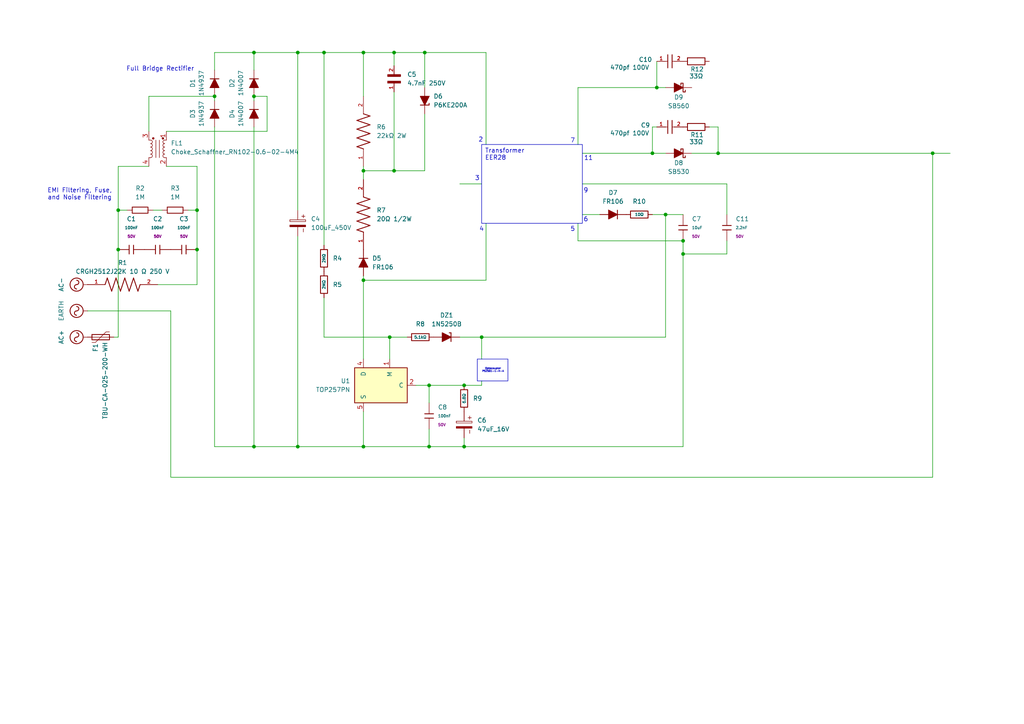
<source format=kicad_sch>
(kicad_sch (version 20231120) (generator "eeschema") (generator_version "8.0")
  (paper "A4")
  (lib_symbols
    (symbol "CRGH2512J22K 22kOhm 2W:CRGH2512J22K" (pin_names (offset 1.016))
      (property "Reference" "R" (at -7.6244 2.5415 0))
      (property "Value" "CRGH2512J22K" (at -7.63 -5.0866 0))
      (symbol "CRGH2512J22K_0_0"
        (pin passive line (at -10.16 0 0) (length 5.08) (name "~") (number "1"))
        (pin passive line (at 10.16 0 180) (length 5.08) (name "~") (number "2"))
      )
    )
    (symbol "CRGH2512J22K:CRGH2512J22K" (pin_names (offset 1.016))
      (property "Reference" "R" (at -7.6244 2.5415 0))
      (property "Value" "CRGH2512J22K" (at -7.63 -5.0866 0))
      (symbol "CRGH2512J22K_0_0"
        (pin passive line (at -10.16 0 0) (length 5.08) (name "~") (number "1"))
        (pin passive line (at 10.16 0 180) (length 5.08) (name "~") (number "2"))
      )
    )
    (symbol "Device:R" (pin_numbers hide) (pin_names (offset 0))
      (property "Reference" "R" (at 2.032 0 90))
      (property "Value" "R" (at 0 0 90))
      (symbol "R_1_1"
        (pin passive line (at 0 3.81 270) (length 1.27) (name "~") (number "1"))
        (pin passive line (at 0 -3.81 90) (length 1.27) (name "~") (number "2"))
      )
    )
    (symbol "Filter:Choke_Schaffner_RN102-0.6-02-4M4" (pin_names hide)
      (property "Reference" "FL" (at 0 5.08 0))
      (property "Value" "Choke_Schaffner_RN102-0.6-02-4M4" (at 0 -5.08 0))
      (symbol "Choke_Schaffner_RN102-0.6-02-4M4_1_1"
        (pin passive line (at -5.08 2.54 0) (length 2.54) (name "1") (number "1"))
        (pin passive line (at 5.08 2.54 180) (length 2.54) (name "2") (number "2"))
        (pin passive line (at -5.08 -2.54 0) (length 2.54) (name "3") (number "3"))
        (pin passive line (at 5.08 -2.54 180) (length 2.54) (name "4") (number "4"))
      )
    )
    (symbol "PCM_Diode_AKL:1N4007" (pin_numbers hide) (pin_names (offset 1.016) hide)
      (property "Reference" "D" (at 0 5.08 0))
      (property "Value" "1N4007" (at 0 2.54 0))
      (symbol "1N4007_1_1"
        (pin passive line (at 3.81 0 180) (length 2.54) (name "K") (number "1"))
        (pin passive line (at -3.81 0 0) (length 2.54) (name "A") (number "2"))
      )
      (symbol "1N4007_1_2"
        (pin passive line (at 2.54 2.54 180) (length 0) (name "K") (number "1"))
        (pin passive line (at -2.54 -2.54 0) (length 0) (name "A") (number "2"))
      )
    )
    (symbol "PCM_Diode_AKL:1N4937" (pin_numbers hide) (pin_names (offset 1.016) hide)
      (property "Reference" "D" (at 0 5.08 0))
      (property "Value" "1N4937" (at 0 2.54 0))
      (symbol "1N4937_1_1"
        (pin passive line (at 3.81 0 180) (length 2.54) (name "K") (number "1"))
        (pin passive line (at -3.81 0 0) (length 2.54) (name "A") (number "2"))
      )
      (symbol "1N4937_1_2"
        (pin passive line (at 2.54 2.54 180) (length 0) (name "K") (number "1"))
        (pin passive line (at -2.54 -2.54 0) (length 0) (name "A") (number "2"))
      )
    )
    (symbol "PCM_Diode_AKL:FR106" (pin_numbers hide) (pin_names (offset 1.016) hide)
      (property "Reference" "D" (at 0 5.08 0))
      (property "Value" "FR106" (at 0 2.54 0))
      (symbol "FR106_1_1"
        (pin passive line (at 3.81 0 180) (length 2.54) (name "K") (number "1"))
        (pin passive line (at -3.81 0 0) (length 2.54) (name "A") (number "2"))
      )
      (symbol "FR106_1_2"
        (pin passive line (at 2.54 2.54 180) (length 0) (name "K") (number "1"))
        (pin passive line (at -2.54 -2.54 0) (length 0) (name "A") (number "2"))
      )
    )
    (symbol "PCM_Diode_Schottky_AKL:SB530" (pin_numbers hide) (pin_names (offset 1.016) hide)
      (property "Reference" "D" (at 0 5.08 0))
      (property "Value" "SB530" (at 0 2.54 0))
      (symbol "SB530_1_1"
        (pin passive line (at 3.81 0 180) (length 2.54) (name "K") (number "1"))
        (pin passive line (at -3.81 0 0) (length 2.54) (name "A") (number "2"))
      )
      (symbol "SB530_1_2"
        (pin passive line (at 2.54 2.54 180) (length 0) (name "K") (number "1"))
        (pin passive line (at -2.54 -2.54 0) (length 0) (name "A") (number "2"))
      )
    )
    (symbol "PCM_Diode_Schottky_AKL:SB560" (pin_numbers hide) (pin_names (offset 1.016) hide)
      (property "Reference" "D" (at 0 5.08 0))
      (property "Value" "SB560" (at 0 2.54 0))
      (symbol "SB560_1_1"
        (pin passive line (at 3.81 0 180) (length 2.54) (name "K") (number "1"))
        (pin passive line (at -3.81 0 0) (length 2.54) (name "A") (number "2"))
      )
      (symbol "SB560_1_2"
        (pin passive line (at 2.54 2.54 180) (length 0) (name "K") (number "1"))
        (pin passive line (at -2.54 -2.54 0) (length 0) (name "A") (number "2"))
      )
    )
    (symbol "PCM_Diode_TVS_AKL:P6KE200A" (pin_numbers hide) (pin_names (offset 1.016) hide)
      (property "Reference" "D" (at 0 5.08 0))
      (property "Value" "P6KE200A" (at 0 2.54 0))
      (symbol "P6KE200A_1_1"
        (pin passive line (at 3.81 0 180) (length 2.54) (name "K") (number "1"))
        (pin passive line (at -3.81 0 0) (length 2.54) (name "A") (number "2"))
      )
      (symbol "P6KE200A_1_2"
        (pin passive line (at 2.54 2.54 180) (length 0) (name "K") (number "1"))
        (pin passive line (at -2.54 -2.54 0) (length 0) (name "A") (number "2"))
      )
    )
    (symbol "PCM_Diode_Zener_AKL:1N5250B" (pin_numbers hide) (pin_names (offset 1.016) hide)
      (property "Reference" "DZ" (at 0 7.62 0))
      (property "Value" "1N5250B" (at 0 5.08 0))
      (symbol "1N5250B_1_1"
        (pin passive line (at 3.81 0 180) (length 2.54) (name "K") (number "1"))
        (pin passive line (at -3.81 0 0) (length 2.54) (name "A") (number "2"))
      )
      (symbol "1N5250B_1_2"
        (pin passive line (at 2.54 2.54 180) (length 0) (name "K") (number "1"))
        (pin passive line (at -2.54 -2.54 0) (length 0) (name "A") (number "2"))
      )
    )
    (symbol "PCM_JLCPCB-Capacitors:0402,100nF,(2)" (pin_numbers hide) (pin_names (offset 0))
      (property "Reference" "C" (at 2.032 1.668 0))
      (property "Value" "100nF" (at 2.032 -0.3782 0))
      (property "Voltage Rated" "50V" (at 2.032 -2.0462 0))
      (symbol "0402,100nF,(2)_1_1"
        (pin passive line (at 0 3.81 270) (length 3.175) (name "~") (number "1"))
        (pin passive line (at 0 -3.81 90) (length 3.175) (name "~") (number "2"))
      )
    )
    (symbol "PCM_JLCPCB-Capacitors:0805,10uF,(2)" (pin_numbers hide) (pin_names (offset 0))
      (property "Reference" "C" (at 2.032 1.668 0))
      (property "Value" "10uF" (at 2.032 -0.3782 0))
      (property "Voltage Rated" "50V" (at 2.032 -2.0462 0))
      (symbol "0805,10uF,(2)_1_1"
        (pin passive line (at 0 3.81 270) (length 3.175) (name "~") (number "1"))
        (pin passive line (at 0 -3.81 90) (length 3.175) (name "~") (number "2"))
      )
    )
    (symbol "PCM_JLCPCB-Capacitors:0805,2.2nF" (pin_numbers hide) (pin_names (offset 0))
      (property "Reference" "C" (at 2.032 1.668 0))
      (property "Value" "2.2nF" (at 2.032 -0.3782 0))
      (property "Voltage Rated" "50V" (at 2.032 -2.0462 0))
      (symbol "0805,2.2nF_1_1"
        (pin passive line (at 0 3.81 270) (length 3.175) (name "~") (number "1"))
        (pin passive line (at 0 -3.81 90) (length 3.175) (name "~") (number "2"))
      )
    )
    (symbol "PCM_JLCPCB-Resistors:0402,10Ω" (pin_numbers hide) (pin_names (offset 0))
      (property "Reference" "R" (at 1.778 0 0))
      (property "Value" "10Ω" (at 0 0 90))
      (symbol "0402,10Ω_1_1"
        (pin passive line (at 0 3.81 270) (length 1.27) (name "~") (number "1"))
        (pin passive line (at 0 -3.81 90) (length 1.27) (name "~") (number "2"))
      )
    )
    (symbol "PCM_JLCPCB-Resistors:0402,5.1kΩ" (pin_numbers hide) (pin_names (offset 0))
      (property "Reference" "R" (at 1.778 0 0))
      (property "Value" "5.1kΩ" (at 0 0 90))
      (symbol "0402,5.1kΩ_1_1"
        (pin passive line (at 0 3.81 270) (length 1.27) (name "~") (number "1"))
        (pin passive line (at 0 -3.81 90) (length 1.27) (name "~") (number "2"))
      )
    )
    (symbol "PCM_JLCPCB-Resistors:0805,2MΩ" (pin_numbers hide) (pin_names (offset 0))
      (property "Reference" "R" (at 1.778 0 0))
      (property "Value" "2MΩ" (at 0 0 90))
      (symbol "0805,2MΩ_1_1"
        (pin passive line (at 0 3.81 270) (length 1.27) (name "~") (number "1"))
        (pin passive line (at 0 -3.81 90) (length 1.27) (name "~") (number "2"))
      )
    )
    (symbol "PCM_SL_Capacitors:100uF_450V"
      (property "Reference" "C" (at 0 7.62 0))
      (property "Value" "100uF_450V" (at 0 5.08 0))
      (symbol "100uF_450V_0_0"
        (text "+" (at -2.032 1.524 0) (effects (font (size 1.27 1.27))))
        (text "-" (at 2.032 1.524 0) (effects (font (size 1.27 1.27))))
      )
      (symbol "100uF_450V_1_1"
        (pin passive line (at -3.81 0 0) (length 2.7) (name "~") (number "1"))
        (pin input line (at 3.81 0 180) (length 2.7) (name "~") (number "2"))
      )
    )
    (symbol "PCM_SL_Capacitors:47uF_16V"
      (property "Reference" "C" (at 0 7.62 0))
      (property "Value" "47uF_16V" (at 0 5.08 0))
      (symbol "47uF_16V_0_0"
        (text "+" (at -2.032 1.524 0) (effects (font (size 1.27 1.27))))
        (text "-" (at 2.032 1.524 0) (effects (font (size 1.27 1.27))))
      )
      (symbol "47uF_16V_1_1"
        (pin passive line (at -3.81 0 0) (length 2.7) (name "~") (number "1"))
        (pin input line (at 3.81 0 180) (length 2.7) (name "~") (number "2"))
      )
    )
    (symbol "PCM_SL_Resistors:1M"
      (property "Reference" "R" (at 0 5.08 0))
      (property "Value" "1M" (at 0 2.54 0))
      (symbol "1M_1_1"
        (pin passive line (at -3.81 0 0) (length 1.5) (name "") (number "1"))
        (pin passive line (at 3.81 0 180) (length 1.5) (name "~") (number "2"))
      )
    )
    (symbol "Power_Protection:TBU-CA-025-200-WH" (pin_numbers hide) (pin_names (offset 0))
      (property "Reference" "F" (at -2.54 0 90))
      (property "Value" "TBU-CA-025-200-WH" (at 2.54 0 90))
      (symbol "TBU-CA-025-200-WH_1_1"
        (pin passive line (at 0 3.81 270) (length 1.27) (name "~") (number "1"))
        (pin no_connect line (at -1.27 2.54 270) (length 1.27) hide (name "2") (number "2"))
        (pin passive line (at 0 -3.81 90) (length 1.27) (name "~") (number "3"))
      )
    )
    (symbol "RCS120620R0FKEA:RCS120620R0FKEA" (pin_names (offset 1.016))
      (property "Reference" "R" (at -7.6244 2.5415 0))
      (property "Value" "RCS120620R0FKEA" (at -7.63 -5.0866 0))
      (symbol "RCS120620R0FKEA_0_0"
        (pin passive line (at -10.16 0 0) (length 5.08) (name "~") (number "1"))
        (pin passive line (at 10.16 0 180) (length 5.08) (name "~") (number "2"))
      )
    )
    (symbol "Regulator_Switching:TOP257PN" (pin_names (offset 1.016))
      (property "Reference" "U" (at 5.08 8.89 0))
      (property "Value" "TOP257PN" (at 5.08 6.35 0))
      (symbol "TOP257PN_1_1"
        (pin input line (at 2.54 7.62 270) (length 2.54) (name "M") (number "1"))
        (pin input line (at 10.16 0 180) (length 2.54) (name "C") (number "2"))
        (pin open_collector line (at -5.08 7.62 270) (length 2.54) (name "D") (number "4"))
        (pin power_in line (at -5.08 -7.62 90) (length 2.54) (name "S") (number "5"))
        (pin passive line (at -5.08 -7.62 90) (length 2.54) hide (name "S") (number "6"))
        (pin passive line (at -5.08 -7.62 90) (length 2.54) hide (name "S") (number "7"))
        (pin passive line (at -5.08 -7.62 90) (length 2.54) hide (name "S") (number "8"))
      )
    )
    (symbol "VJ1210Y472KXGAT5Z 4.7nF 1kV:VJ1210Y472KXGAT5Z" (pin_names (offset 1.016))
      (property "Reference" "C" (at 0 3.8109 0))
      (property "Value" "VJ1210Y472KXGAT5Z" (at 0 -5.0885 0))
      (symbol "VJ1210Y472KXGAT5Z_0_0"
        (pin passive line (at -2.54 0 0) (length 2.54) (name "~") (number "1"))
        (pin passive line (at 5.08 0 180) (length 2.54) (name "~") (number "2"))
      )
    )
    (symbol "WCAP-CSGP_0805_H0.8 470pF 100V:WCAP-CSGP_0805_H0.8" (pin_names (offset 1.016))
      (property "Reference" "C" (at 1.27 3.302 0))
      (property "Value" "WCAP-CSGP_0805_H0.8" (at 1.27 -5.08 0))
      (symbol "WCAP-CSGP_0805_H0.8_0_0"
        (pin passive line (at -2.54 0 0) (length 2.54) (name "~") (number "1"))
        (pin passive line (at 5.08 0 180) (length 2.54) (name "~") (number "2"))
      )
    )
    (symbol "power:AC" (power) (pin_numbers hide) (pin_names (offset 0) hide)
      (property "Value" "AC" (at 0 6.35 0))
      (symbol "AC_1_1"
        (pin power_in line (at 0 0 90) (length 0) (name "~") (number "1"))
      )
    )
  )
  (junction (at 86.36 15.24))
  (junction (at 114.3 15.24))
  (junction (at 193.04 62.23))
  (junction (at 270.51 44.45))
  (junction (at 114.3 49.53))
  (junction (at 123.19 15.24))
  (junction (at 190.5 25.4))
  (junction (at 124.46 129.54))
  (junction (at 34.29 72.39))
  (junction (at 105.41 81.28))
  (junction (at 86.36 129.54))
  (junction (at 57.15 72.39))
  (junction (at 208.28 44.45))
  (junction (at 62.23 27.94))
  (junction (at 198.12 73.66))
  (junction (at 113.03 97.79))
  (junction (at 93.98 15.24))
  (junction (at 198.12 69.85))
  (junction (at 105.41 129.54))
  (junction (at 189.23 44.45))
  (junction (at 73.66 129.54))
  (junction (at 73.66 27.94))
  (junction (at 139.7 97.79))
  (junction (at 134.62 111.76))
  (junction (at 34.29 60.96))
  (junction (at 124.46 111.76))
  (junction (at 134.62 129.54))
  (junction (at 57.15 60.96))
  (junction (at 73.66 15.24))
  (junction (at 105.41 15.24))
  (junction (at 105.41 49.53))
  (wire (pts (xy 193.04 25.4) (xy 190.5 25.4)))
  (wire (pts (xy 43.18 27.94) (xy 62.23 27.94)))
  (wire (pts (xy 34.29 48.26) (xy 34.29 60.96)))
  (wire (pts (xy 49.53 138.43) (xy 270.51 138.43)))
  (wire (pts (xy 43.18 48.26) (xy 34.29 48.26)))
  (wire (pts (xy 46.99 60.96) (xy 44.45 60.96)))
  (wire (pts (xy 133.35 53.34) (xy 139.7 53.34)))
  (wire (pts (xy 123.19 33.02) (xy 123.19 49.53)))
  (wire (pts (xy 73.66 27.94) (xy 73.66 29.21)))
  (wire (pts (xy 208.28 44.45) (xy 270.51 44.45)))
  (wire (pts (xy 62.23 15.24) (xy 62.23 20.32)))
  (wire (pts (xy 73.66 36.83) (xy 73.66 129.54)))
  (wire (pts (xy 93.98 97.79) (xy 113.03 97.79)))
  (wire (pts (xy 198.12 69.85) (xy 198.12 73.66)))
  (wire (pts (xy 123.19 15.24) (xy 140.97 15.24)))
  (wire (pts (xy 48.26 48.26) (xy 57.15 48.26)))
  (wire (pts (xy 77.47 27.94) (xy 73.66 27.94)))
  (wire (pts (xy 54.61 60.96) (xy 57.15 60.96)))
  (wire (pts (xy 105.41 81.28) (xy 105.41 104.14)))
  (wire (pts (xy 190.5 36.83) (xy 189.23 36.83)))
  (wire (pts (xy 134.62 127) (xy 134.62 129.54)))
  (wire (pts (xy 189.23 44.45) (xy 193.04 44.45)))
  (wire (pts (xy 208.28 36.83) (xy 208.28 44.45)))
  (wire (pts (xy 105.41 80.01) (xy 105.41 81.28)))
  (wire (pts (xy 36.83 60.96) (xy 34.29 60.96)))
  (wire (pts (xy 86.36 60.96) (xy 86.36 15.24)))
  (wire (pts (xy 140.97 64.77) (xy 140.97 81.28)))
  (wire (pts (xy 123.19 49.53) (xy 114.3 49.53)))
  (wire (pts (xy 57.15 60.96) (xy 57.15 72.39)))
  (wire (pts (xy 93.98 15.24) (xy 86.36 15.24)))
  (wire (pts (xy 210.82 53.34) (xy 210.82 62.23)))
  (wire (pts (xy 34.29 60.96) (xy 34.29 72.39)))
  (wire (pts (xy 193.04 97.79) (xy 193.04 62.23)))
  (wire (pts (xy 124.46 111.76) (xy 124.46 116.84)))
  (wire (pts (xy 123.19 15.24) (xy 114.3 15.24)))
  (wire (pts (xy 105.41 48.26) (xy 105.41 49.53)))
  (wire (pts (xy 200.66 44.45) (xy 208.28 44.45)))
  (wire (pts (xy 139.7 97.79) (xy 193.04 97.79)))
  (wire (pts (xy 114.3 49.53) (xy 105.41 49.53)))
  (wire (pts (xy 139.7 111.76) (xy 134.62 111.76)))
  (wire (pts (xy 270.51 44.45) (xy 275.59 44.45)))
  (wire (pts (xy 113.03 97.79) (xy 113.03 104.14)))
  (wire (pts (xy 198.12 129.54) (xy 134.62 129.54)))
  (wire (pts (xy 62.23 36.83) (xy 62.23 129.54)))
  (wire (pts (xy 57.15 48.26) (xy 57.15 60.96)))
  (wire (pts (xy 105.41 15.24) (xy 93.98 15.24)))
  (wire (pts (xy 205.74 36.83) (xy 208.28 36.83)))
  (wire (pts (xy 86.36 68.58) (xy 86.36 129.54)))
  (wire (pts (xy 198.12 73.66) (xy 198.12 129.54)))
  (wire (pts (xy 34.29 72.39) (xy 34.29 97.79)))
  (wire (pts (xy 193.04 62.23) (xy 189.23 62.23)))
  (wire (pts (xy 49.53 90.17) (xy 49.53 138.43)))
  (wire (pts (xy 105.41 129.54) (xy 86.36 129.54)))
  (wire (pts (xy 193.04 62.23) (xy 198.12 62.23)))
  (wire (pts (xy 57.15 82.55) (xy 57.15 72.39)))
  (wire (pts (xy 114.3 15.24) (xy 105.41 15.24)))
  (wire (pts (xy 93.98 15.24) (xy 93.98 71.12)))
  (wire (pts (xy 77.47 38.1) (xy 77.47 27.94)))
  (wire (pts (xy 93.98 86.36) (xy 93.98 97.79)))
  (wire (pts (xy 139.7 97.79) (xy 139.7 104.14)))
  (wire (pts (xy 210.82 73.66) (xy 198.12 73.66)))
  (wire (pts (xy 113.03 97.79) (xy 118.11 97.79)))
  (wire (pts (xy 105.41 129.54) (xy 124.46 129.54)))
  (wire (pts (xy 25.4 90.17) (xy 49.53 90.17)))
  (wire (pts (xy 168.91 62.23) (xy 173.99 62.23)))
  (wire (pts (xy 114.3 26.67) (xy 114.3 49.53)))
  (wire (pts (xy 134.62 129.54) (xy 124.46 129.54)))
  (wire (pts (xy 86.36 129.54) (xy 73.66 129.54)))
  (wire (pts (xy 270.51 138.43) (xy 270.51 44.45)))
  (wire (pts (xy 167.64 25.4) (xy 190.5 25.4)))
  (wire (pts (xy 123.19 25.4) (xy 123.19 15.24)))
  (wire (pts (xy 114.3 19.05) (xy 114.3 15.24)))
  (wire (pts (xy 167.64 64.77) (xy 167.64 69.85)))
  (wire (pts (xy 120.65 111.76) (xy 124.46 111.76)))
  (wire (pts (xy 168.91 44.45) (xy 189.23 44.45)))
  (wire (pts (xy 48.26 38.1) (xy 77.47 38.1)))
  (wire (pts (xy 140.97 15.24) (xy 140.97 41.91)))
  (wire (pts (xy 73.66 15.24) (xy 73.66 20.32)))
  (wire (pts (xy 168.91 53.34) (xy 210.82 53.34)))
  (wire (pts (xy 105.41 49.53) (xy 105.41 52.07)))
  (wire (pts (xy 105.41 119.38) (xy 105.41 129.54)))
  (wire (pts (xy 33.02 97.79) (xy 34.29 97.79)))
  (wire (pts (xy 133.35 97.79) (xy 139.7 97.79)))
  (wire (pts (xy 43.18 38.1) (xy 43.18 27.94)))
  (wire (pts (xy 124.46 111.76) (xy 134.62 111.76)))
  (wire (pts (xy 124.46 124.46) (xy 124.46 129.54)))
  (wire (pts (xy 73.66 129.54) (xy 62.23 129.54)))
  (wire (pts (xy 73.66 15.24) (xy 62.23 15.24)))
  (wire (pts (xy 190.5 17.78) (xy 190.5 25.4)))
  (wire (pts (xy 189.23 36.83) (xy 189.23 44.45)))
  (wire (pts (xy 86.36 15.24) (xy 73.66 15.24)))
  (wire (pts (xy 62.23 27.94) (xy 62.23 29.21)))
  (wire (pts (xy 210.82 69.85) (xy 210.82 73.66)))
  (wire (pts (xy 105.41 27.94) (xy 105.41 15.24)))
  (wire (pts (xy 139.7 110.49) (xy 139.7 111.76)))
  (wire (pts (xy 140.97 81.28) (xy 105.41 81.28)))
  (wire (pts (xy 45.72 82.55) (xy 57.15 82.55)))
  (wire (pts (xy 198.12 69.85) (xy 167.64 69.85)))
  (wire (pts (xy 167.64 41.91) (xy 167.64 25.4)))
  (rectangle (start 138.43 104.14) (end 147.32 110.49))
  (text_box "Transformer\nEER28" (at 139.7 41.91 0) (size 29.21 22.86) (effects (font (size 1.27 1.27)) (justify left top)))
  (text "2" (at 139.446 40.64 0) (effects (font (size 1.27 1.27))))
  (text "3" (at 138.43 51.816 0) (effects (font (size 1.27 1.27))))
  (text "4" (at 139.7 66.548 0) (effects (font (size 1.27 1.27))))
  (text "EMI Filtering, Fuse,\nand Noise Filtering" (at 23.114 56.388 0) (effects (font (size 1.27 1.27))))
  (text "Optocoupler\nPS2501-1-H-A" (at 143.002 107.442 0) (effects (font (size 0.508 0.508))))
  (text "6" (at 169.926 63.754 0) (effects (font (size 1.27 1.27))))
  (text "Full Bridge Rectifier" (at 46.482 20.066 0) (effects (font (size 1.27 1.27))))
  (text "9" (at 169.926 55.372 0) (effects (font (size 1.27 1.27))))
  (text "7" (at 166.116 40.894 0) (effects (font (size 1.27 1.27))))
  (text "11" (at 170.688 45.974 0) (effects (font (size 1.27 1.27))))
  (text "5" (at 166.116 66.548 0) (effects (font (size 1.27 1.27))))
  (symbol (lib_id "PCM_Diode_AKL:1N4937") (at 62.23 33.02 90) (unit 1)
    (property "Reference" "D3" (at 55.88 33.02 0))
    (property "Value" "1N4937" (at 58.42 33.02 0))
    (property "Footprint" "PCM_Diode_THT_AKL:D_DO-41_SOD81_P7.62mm_Horizontal" (effects (hide yes)))
    (property "Datasheet" "https://datasheet.octopart.com/1N4933-E3-54-Vishay-datasheet-11554872.pdf" (effects (hide yes)))
    (property "Description" "DO-41 Diode, Fast Rectifier, 600V, 1A, 200ns, Alternate KiCad Library" (effects (hide yes)))
  )
  (symbol (lib_id "PCM_JLCPCB-Capacitors:0402,100nF,(2)") (at 53.34 72.39 90) (unit 1)
    (property "Reference" "C3" (at 53.34 63.5 90))
    (property "Value" "100nF" (at 53.34 66.04 90) (effects (font (size 0.8 0.8))))
    (property "Footprint" "PCM_JLCPCB:C_0402" (effects (hide yes)))
    (property "Datasheet" "https://www.lcsc.com/datasheet/lcsc_datasheet_2304140030_Samsung-Electro-Mechanics-CL05B104KB54PNC_C307331.pdf" (effects (hide yes)))
    (property "Description" "50V 100nF X7R ±10% 0402 Multilayer Ceramic Capacitors MLCC - SMD/SMT ROHS" (effects (hide yes)))
    (property "LCSC" "C307331" (effects (hide yes)))
    (property "Stock" "5689945" (effects (hide yes)))
    (property "Price" "0.008USD" (effects (hide yes)))
    (property "Process" "SMT" (effects (hide yes)))
    (property "Minimum Qty" "20" (effects (hide yes)))
    (property "Attrition Qty" "10" (effects (hide yes)))
    (property "Class" "Basic Component" (effects (hide yes)))
    (property "Category" "Capacitors,Multilayer Ceramic Capacitors MLCC - SMD/SMT" (effects (hide yes)))
    (property "Manufacturer" "Samsung Electro-Mechanics" (effects (hide yes)))
    (property "Part" "CL05B104KB54PNC" (effects (hide yes)))
    (property "Voltage Rated" "50V" (at 53.34 68.58 90) (effects (font (size 0.8 0.8))))
    (property "Tolerance" "±10%" (effects (hide yes)))
    (property "Capacitance" "100nF" (effects (hide yes)))
    (property "Temperature Coefficient" "X7R" (effects (hide yes)))
  )
  (symbol (lib_id "Device:R") (at 201.93 36.83 270) (unit 1)
    (property "Reference" "R11" (at 202.184 39.116 90))
    (property "Value" "33Ω" (at 201.93 41.148 90))
    (property "Description" "Resistor" (effects (hide yes)))
  )
  (symbol (lib_id "PCM_Diode_AKL:FR106") (at 105.41 76.2 90) (unit 1)
    (property "Reference" "D5" (at 107.95 74.9299 90) (effects (justify right)))
    (property "Value" "FR106" (at 107.95 77.4699 90) (effects (justify right)))
    (property "Footprint" "PCM_Diode_THT_AKL:D_DO-41_SOD81_P7.62mm_Horizontal" (effects (hide yes)))
    (property "Datasheet" "https://datasheet.octopart.com/FR101-Rectron-datasheet-6146.pdf" (effects (hide yes)))
    (property "Description" "DO-41 Diode, Fast Rectifier, 800V, 1A, 500ns, Alternate KiCad Library" (effects (hide yes)))
  )
  (symbol (lib_id "PCM_JLCPCB-Capacitors:0402,100nF,(2)") (at 45.72 72.39 90) (unit 1)
    (property "Reference" "C2" (at 45.72 63.5 90))
    (property "Value" "100nF" (at 45.72 66.04 90) (effects (font (size 0.8 0.8))))
    (property "Footprint" "PCM_JLCPCB:C_0402" (effects (hide yes)))
    (property "Datasheet" "https://www.lcsc.com/datasheet/lcsc_datasheet_2304140030_Samsung-Electro-Mechanics-CL05B104KB54PNC_C307331.pdf" (effects (hide yes)))
    (property "Description" "50V 100nF X7R ±10% 0402 Multilayer Ceramic Capacitors MLCC - SMD/SMT ROHS" (effects (hide yes)))
    (property "LCSC" "C307331" (effects (hide yes)))
    (property "Stock" "5689945" (effects (hide yes)))
    (property "Price" "0.008USD" (effects (hide yes)))
    (property "Process" "SMT" (effects (hide yes)))
    (property "Minimum Qty" "20" (effects (hide yes)))
    (property "Attrition Qty" "10" (effects (hide yes)))
    (property "Class" "Basic Component" (effects (hide yes)))
    (property "Category" "Capacitors,Multilayer Ceramic Capacitors MLCC - SMD/SMT" (effects (hide yes)))
    (property "Manufacturer" "Samsung Electro-Mechanics" (effects (hide yes)))
    (property "Part" "CL05B104KB54PNC" (effects (hide yes)))
    (property "Voltage Rated" "50V" (at 45.72 68.58 90) (effects (font (size 0.8 0.8))))
    (property "Tolerance" "±10%" (effects (hide yes)))
    (property "Capacitance" "100nF" (effects (hide yes)))
    (property "Temperature Coefficient" "X7R" (effects (hide yes)))
  )
  (symbol (lib_id "PCM_JLCPCB-Resistors:0805,2MΩ") (at 93.98 74.93 0) (unit 1)
    (property "Reference" "R4" (at 96.52 74.9299 0) (effects (justify left)))
    (property "Value" "2MΩ" (at 93.98 74.93 90) (effects (font (size 0.8 0.8))))
    (property "Footprint" "PCM_JLCPCB:R_0805" (effects (hide yes)))
    (property "Datasheet" "https://www.lcsc.com/datasheet/lcsc_datasheet_2206010030_UNI-ROYAL-Uniroyal-Elec-0805W8F2004T5E_C26112.pdf" (effects (hide yes)))
    (property "Description" "125mW Thick Film Resistors 150V ±100ppm/°C ±1% 2MΩ 0805 Chip Resistor - Surface Mount ROHS" (effects (hide yes)))
    (property "LCSC" "C26112" (effects (hide yes)))
    (property "Stock" "215176" (effects (hide yes)))
    (property "Price" "0.006USD" (effects (hide yes)))
    (property "Process" "SMT" (effects (hide yes)))
    (property "Minimum Qty" "20" (effects (hide yes)))
    (property "Attrition Qty" "10" (effects (hide yes)))
    (property "Class" "Preferred Component" (effects (hide yes)))
    (property "Category" "Resistors,Chip Resistor - Surface Mount" (effects (hide yes)))
    (property "Manufacturer" "UNI-ROYAL(Uniroyal Elec)" (effects (hide yes)))
    (property "Part" "0805W8F2004T5E" (effects (hide yes)))
    (property "Resistance" "2MΩ" (effects (hide yes)))
    (property "Power(Watts)" "125mW" (effects (hide yes)))
    (property "Type" "Thick Film Resistors" (effects (hide yes)))
    (property "Overload Voltage (Max)" "150V" (effects (hide yes)))
    (property "Operating Temperature Range" "-55°C~+155°C" (effects (hide yes)))
    (property "Tolerance" "±1%" (effects (hide yes)))
    (property "Temperature Coefficient" "±100ppm/°C" (effects (hide yes)))
  )
  (symbol (lib_id "PCM_Diode_AKL:FR106") (at 177.8 62.23 0) (unit 1)
    (property "Reference" "D7" (at 177.8 55.88 0))
    (property "Value" "FR106" (at 177.8 58.42 0))
    (property "Footprint" "PCM_Diode_THT_AKL:D_DO-41_SOD81_P7.62mm_Horizontal" (effects (hide yes)))
    (property "Datasheet" "https://datasheet.octopart.com/FR101-Rectron-datasheet-6146.pdf" (effects (hide yes)))
    (property "Description" "DO-41 Diode, Fast Rectifier, 800V, 1A, 500ns, Alternate KiCad Library" (effects (hide yes)))
  )
  (symbol (lib_id "PCM_Diode_Zener_AKL:1N5250B") (at 129.54 97.79 0) (unit 1)
    (property "Reference" "DZ1" (at 129.54 91.44 0))
    (property "Value" "1N5250B" (at 129.54 93.98 0))
    (property "Footprint" "PCM_Diode_THT_AKL:D_DO-35_SOD27_P7.62mm_Horizontal_Zener" (effects (hide yes)))
    (property "Datasheet" "https://www.tme.eu/Document/9906bac3657dc59bd4a6884b643c759b/1N52xxB.pdf" (effects (hide yes)))
    (property "Description" "DO-35 Zener diode, 20V, 500mW, Alternate KiCAD Library" (effects (hide yes)))
  )
  (symbol (lib_id "Device:R") (at 201.93 17.78 270) (unit 1)
    (property "Reference" "R12" (at 202.184 20.066 90))
    (property "Value" "33Ω" (at 201.93 22.098 90))
    (property "Description" "Resistor" (effects (hide yes)))
  )
  (symbol (lib_id "Power_Protection:TBU-CA-025-200-WH") (at 29.21 97.79 90) (unit 1)
    (property "Reference" "F1" (at 27.686 102.108 0) (effects (justify left)))
    (property "Value" "TBU-CA-025-200-WH" (at 30.48 121.666 0) (effects (justify left)))
    (property "Footprint" "Fuse:Fuse_Bourns_TBU-CA" (effects (hide yes)))
    (property "Datasheet" "https://www.bourns.com/data/global/pdfs/TBU-CA.pdf" (effects (hide yes)))
    (property "Description" "low capacitance single bidirectional high-speed protection, 250V 200mA 4.2ohm, https://www.bourns.com/data/global/pdfs/TBU-CA.pdf" (effects (hide yes)))
  )
  (symbol (lib_id "Regulator_Switching:TOP257PN") (at 110.49 111.76 0) (unit 1)
    (property "Reference" "U1" (at 101.6 110.4899 0) (effects (justify right)))
    (property "Value" "TOP257PN" (at 101.6 113.0299 0) (effects (justify right)))
    (property "Footprint" "Package_DIP:PowerIntegrations_PDIP-8C" (effects (hide yes)))
    (property "Datasheet" "https://ac-dc.power.com/sites/default/files/product-docs/topswitch-hx_family_datasheet.pdf" (effects (hide yes)))
    (property "Description" "TOPSwitch-HX Family, 30W Output Power" (effects (hide yes)))
  )
  (symbol (lib_id "PCM_SL_Resistors:1M") (at 50.8 60.96 0) (unit 1)
    (property "Reference" "R3" (at 50.8 54.61 0))
    (property "Value" "1M" (at 50.8 57.15 0))
    (property "Footprint" "Resistor_THT:R_Axial_DIN0207_L6.3mm_D2.5mm_P10.16mm_Horizontal" (effects (hide yes)))
    (property "Description" "1MΩ, 1/4W Resistor" (effects (hide yes)))
  )
  (symbol (lib_id "power:AC") (at 25.4 97.79 90) (unit 1)
    (property "Reference" "#PWR07" (effects (hide yes)))
    (property "Value" "AC+" (at 17.78 97.79 0))
    (property "Description" "Power symbol creates a global label with name \"AC\"" (effects (hide yes)))
  )
  (symbol (lib_id "PCM_Diode_TVS_AKL:P6KE200A") (at 123.19 29.21 270) (unit 1)
    (property "Reference" "D6" (at 125.73 27.9399 90) (effects (justify left)))
    (property "Value" "P6KE200A" (at 125.73 30.4799 90) (effects (justify left)))
    (property "Footprint" "PCM_Diode_THT_AKL:D_DO-15_P10.16mm_Horizontal_Zener" (effects (hide yes)))
    (property "Datasheet" "https://www.tme.eu/Document/6b488a936123e1f9ccf03f4f9186b150/P6KE_ser.pdf" (effects (hide yes)))
    (property "Description" "DO-15 Unidirectional TVS diode, 200V, 600W, Alternate KiCAD Library" (effects (hide yes)))
  )
  (symbol (lib_id "PCM_JLCPCB-Resistors:0402,10Ω") (at 185.42 62.23 270) (unit 1)
    (property "Reference" "R10" (at 185.42 58.42 90))
    (property "Value" "10Ω" (at 185.42 62.23 90) (effects (font (size 0.8 0.8))))
    (property "Footprint" "PCM_JLCPCB:R_0402" (effects (hide yes)))
    (property "Datasheet" "https://www.lcsc.com/datasheet/lcsc_datasheet_2205311900_UNI-ROYAL-Uniroyal-Elec-0402WGF100JTCE_C25077.pdf" (effects (hide yes)))
    (property "Description" "62.5mW Thick Film Resistors 50V ±1% ±200ppm/°C 10Ω 0402 Chip Resistor - Surface Mount ROHS" (effects (hide yes)))
    (property "LCSC" "C25077" (effects (hide yes)))
    (property "Stock" "2138150" (effects (hide yes)))
    (property "Price" "0.004USD" (effects (hide yes)))
    (property "Process" "SMT" (effects (hide yes)))
    (property "Minimum Qty" "20" (effects (hide yes)))
    (property "Attrition Qty" "10" (effects (hide yes)))
    (property "Class" "Basic Component" (effects (hide yes)))
    (property "Category" "Resistors,Chip Resistor - Surface Mount" (effects (hide yes)))
    (property "Manufacturer" "UNI-ROYAL(Uniroyal Elec)" (effects (hide yes)))
    (property "Part" "0402WGF100JTCE" (effects (hide yes)))
    (property "Resistance" "10Ω" (effects (hide yes)))
    (property "Power(Watts)" "62.5mW" (effects (hide yes)))
    (property "Type" "Thick Film Resistors" (effects (hide yes)))
    (property "Overload Voltage (Max)" "50V" (effects (hide yes)))
    (property "Operating Temperature Range" "-55°C~+155°C" (effects (hide yes)))
    (property "Tolerance" "±1%" (effects (hide yes)))
    (property "Temperature Coefficient" "±200ppm/°C" (effects (hide yes)))
  )
  (symbol (lib_id "WCAP-CSGP_0805_H0.8 470pF 100V:WCAP-CSGP_0805_H0.8") (at 193.04 36.83 0) (unit 1)
    (property "Reference" "C9" (at 187.198 36.322 0))
    (property "Value" "470pf 100V" (at 182.626 38.608 0))
    (property "DigiKey_Part_Number" "732-12233-2-ND" (effects (hide yes)))
    (property "SnapEDA_Link" "https://www.snapeda.com/parts/885012207114/W%25C3%25BCrth+Elektronik+Midcom/view-part/?ref=snap" (effects (hide yes)))
    (property "Description_1" "\n                        \n                            WCAP-CSGP General Purpose MLCC; SMT 0805; X7R; 470pF  10%; 100V; -55C to +125C; Tech. PN X7R0805471K100DFCT10000\n                        \n" (effects (hide yes)))
    (property "MF" "Würth Elektronik" (effects (hide yes)))
    (property "Package" "0805 Wurth Electronics" (effects (hide yes)))
    (property "Check_prices" "https://www.snapeda.com/parts/885012207114/W%25C3%25BCrth+Elektronik+Midcom/view-part/?ref=eda" (effects (hide yes)))
    (property "MP" "885012207114" (effects (hide yes)))
  )
  (symbol (lib_id "WCAP-CSGP_0805_H0.8 470pF 100V:WCAP-CSGP_0805_H0.8") (at 193.04 17.78 0) (unit 1)
    (property "Reference" "C10" (at 187.198 17.272 0))
    (property "Value" "470pf 100V" (at 182.626 19.558 0))
    (property "DigiKey_Part_Number" "732-12233-2-ND" (effects (hide yes)))
    (property "SnapEDA_Link" "https://www.snapeda.com/parts/885012207114/W%25C3%25BCrth+Elektronik+Midcom/view-part/?ref=snap" (effects (hide yes)))
    (property "Description_1" "\n                        \n                            WCAP-CSGP General Purpose MLCC; SMT 0805; X7R; 470pF  10%; 100V; -55C to +125C; Tech. PN X7R0805471K100DFCT10000\n                        \n" (effects (hide yes)))
    (property "MF" "Würth Elektronik" (effects (hide yes)))
    (property "Package" "0805 Wurth Electronics" (effects (hide yes)))
    (property "Check_prices" "https://www.snapeda.com/parts/885012207114/W%25C3%25BCrth+Elektronik+Midcom/view-part/?ref=eda" (effects (hide yes)))
    (property "MP" "885012207114" (effects (hide yes)))
  )
  (symbol (lib_id "power:AC") (at 25.4 82.55 90) (unit 1)
    (property "Reference" "#PWR08" (effects (hide yes)))
    (property "Value" "AC-" (at 17.78 82.55 0))
    (property "Description" "Power symbol creates a global label with name \"AC\"" (effects (hide yes)))
  )
  (symbol (lib_id "PCM_Diode_Schottky_AKL:SB530") (at 196.85 44.45 0) (unit 1)
    (property "Reference" "D8" (at 196.85 47.244 0))
    (property "Value" "SB530" (at 196.85 49.784 0))
    (property "Footprint" "PCM_Diode_THT_AKL:D_DO-201AD_P12.70mm_Horizontal" (effects (hide yes)))
    (property "Datasheet" "https://www.tme.eu/Document/9fee1be7f483d54a6d40fa18dddb4d97/SB5100.pdf" (effects (hide yes)))
    (property "Description" "DO-201 Schottky diode, 30V, 5A, Alternate KiCAD Library" (effects (hide yes)))
  )
  (symbol (lib_id "PCM_JLCPCB-Capacitors:0402,100nF,(2)") (at 38.1 72.39 90) (unit 1)
    (property "Reference" "C1" (at 38.1 63.5 90))
    (property "Value" "100nF" (at 38.1 66.04 90) (effects (font (size 0.8 0.8))))
    (property "Footprint" "PCM_JLCPCB:C_0402" (effects (hide yes)))
    (property "Datasheet" "https://www.lcsc.com/datasheet/lcsc_datasheet_2304140030_Samsung-Electro-Mechanics-CL05B104KB54PNC_C307331.pdf" (effects (hide yes)))
    (property "Description" "50V 100nF X7R ±10% 0402 Multilayer Ceramic Capacitors MLCC - SMD/SMT ROHS" (effects (hide yes)))
    (property "LCSC" "C307331" (effects (hide yes)))
    (property "Stock" "5689945" (effects (hide yes)))
    (property "Price" "0.008USD" (effects (hide yes)))
    (property "Process" "SMT" (effects (hide yes)))
    (property "Minimum Qty" "20" (effects (hide yes)))
    (property "Attrition Qty" "10" (effects (hide yes)))
    (property "Class" "Basic Component" (effects (hide yes)))
    (property "Category" "Capacitors,Multilayer Ceramic Capacitors MLCC - SMD/SMT" (effects (hide yes)))
    (property "Manufacturer" "Samsung Electro-Mechanics" (effects (hide yes)))
    (property "Part" "CL05B104KB54PNC" (effects (hide yes)))
    (property "Voltage Rated" "50V" (at 38.1 68.58 90) (effects (font (size 0.8 0.8))))
    (property "Tolerance" "±10%" (effects (hide yes)))
    (property "Capacitance" "100nF" (effects (hide yes)))
    (property "Temperature Coefficient" "X7R" (effects (hide yes)))
  )
  (symbol (lib_id "PCM_Diode_Schottky_AKL:SB560") (at 196.85 25.4 0) (unit 1)
    (property "Reference" "D9" (at 196.85 28.194 0))
    (property "Value" "SB560" (at 196.85 30.734 0))
    (property "Footprint" "PCM_Diode_THT_AKL:D_DO-201AD_P12.70mm_Horizontal" (effects (hide yes)))
    (property "Datasheet" "https://www.tme.eu/Document/9fee1be7f483d54a6d40fa18dddb4d97/SB5100.pdf" (effects (hide yes)))
    (property "Description" "DO-201 Schottky diode, 60V, 5A, Alternate KiCAD Library" (effects (hide yes)))
  )
  (symbol (lib_id "Filter:Choke_Schaffner_RN102-0.6-02-4M4") (at 45.72 43.18 270) (unit 1)
    (property "Reference" "FL1" (at 49.53 41.5289 90) (effects (justify left)))
    (property "Value" "Choke_Schaffner_RN102-0.6-02-4M4" (at 49.53 44.0689 90) (effects (justify left)))
    (property "Footprint" "Inductor_THT:Choke_Schaffner_RN102-04-14.0x14.0mm" (effects (hide yes)))
    (property "Datasheet" "https://www.schaffner.com/products/download/product/datasheet/rn-series-common-mode-chokes-new/" (effects (hide yes)))
    (property "Description" "Common mode choke, 600mA, 300VAC, 4.4mH, 380mohm, RN-102" (effects (hide yes)))
  )
  (symbol (lib_id "PCM_JLCPCB-Capacitors:0805,2.2nF") (at 210.82 66.04 0) (unit 1)
    (property "Reference" "C11" (at 213.36 63.4999 0) (effects (justify left)))
    (property "Value" "2.2nF" (at 213.36 66.04 0) (effects (font (size 0.8 0.8)) (justify left)))
    (property "Footprint" "PCM_JLCPCB:C_0805" (effects (hide yes)))
    (property "Datasheet" "https://www.lcsc.com/datasheet/lcsc_datasheet_2304140030_Samsung-Electro-Mechanics-CL21C222JBFNNNE_C28260.pdf" (effects (hide yes)))
    (property "Description" "50V 2.2nF C0G ±5% 0805 Multilayer Ceramic Capacitors MLCC - SMD/SMT ROHS" (effects (hide yes)))
    (property "LCSC" "C28260" (effects (hide yes)))
    (property "Stock" "67324" (effects (hide yes)))
    (property "Price" "0.031USD" (effects (hide yes)))
    (property "Process" "SMT" (effects (hide yes)))
    (property "Minimum Qty" "5" (effects (hide yes)))
    (property "Attrition Qty" "4" (effects (hide yes)))
    (property "Class" "Basic Component" (effects (hide yes)))
    (property "Category" "Capacitors,Multilayer Ceramic Capacitors MLCC - SMD/SMT" (effects (hide yes)))
    (property "Manufacturer" "Samsung Electro-Mechanics" (effects (hide yes)))
    (property "Part" "CL21C222JBFNNNE" (effects (hide yes)))
    (property "Voltage Rated" "50V" (at 213.36 68.58 0) (effects (font (size 0.8 0.8)) (justify left)))
    (property "Tolerance" "±5%" (effects (hide yes)))
    (property "Capacitance" "2.2nF" (effects (hide yes)))
    (property "Temperature Coefficient" "C0G" (effects (hide yes)))
  )
  (symbol (lib_id "PCM_SL_Resistors:1M") (at 40.64 60.96 0) (unit 1)
    (property "Reference" "R2" (at 40.64 54.61 0))
    (property "Value" "1M" (at 40.64 57.15 0))
    (property "Footprint" "Resistor_THT:R_Axial_DIN0207_L6.3mm_D2.5mm_P10.16mm_Horizontal" (effects (hide yes)))
    (property "Description" "1MΩ, 1/4W Resistor" (effects (hide yes)))
  )
  (symbol (lib_id "PCM_JLCPCB-Resistors:0402,10Ω") (at 134.62 115.57 0) (unit 1)
    (property "Reference" "R9" (at 137.16 115.5699 0) (effects (justify left)))
    (property "Value" "6.8Ω" (at 134.62 115.57 90) (effects (font (size 0.8 0.8))))
    (property "Footprint" "PCM_JLCPCB:R_0402" (effects (hide yes)))
    (property "Datasheet" "https://www.lcsc.com/datasheet/lcsc_datasheet_2205311900_UNI-ROYAL-Uniroyal-Elec-0402WGF100JTCE_C25077.pdf" (effects (hide yes)))
    (property "Description" "62.5mW Thick Film Resistors 50V ±1% ±200ppm/°C 10Ω 0402 Chip Resistor - Surface Mount ROHS" (effects (hide yes)))
    (property "LCSC" "C25077" (effects (hide yes)))
    (property "Stock" "2138150" (effects (hide yes)))
    (property "Price" "0.004USD" (effects (hide yes)))
    (property "Process" "SMT" (effects (hide yes)))
    (property "Minimum Qty" "20" (effects (hide yes)))
    (property "Attrition Qty" "10" (effects (hide yes)))
    (property "Class" "Basic Component" (effects (hide yes)))
    (property "Category" "Resistors,Chip Resistor - Surface Mount" (effects (hide yes)))
    (property "Manufacturer" "UNI-ROYAL(Uniroyal Elec)" (effects (hide yes)))
    (property "Part" "0402WGF100JTCE" (effects (hide yes)))
    (property "Resistance" "10Ω" (effects (hide yes)))
    (property "Power(Watts)" "62.5mW" (effects (hide yes)))
    (property "Type" "Thick Film Resistors" (effects (hide yes)))
    (property "Overload Voltage (Max)" "50V" (effects (hide yes)))
    (property "Operating Temperature Range" "-55°C~+155°C" (effects (hide yes)))
    (property "Tolerance" "±1%" (effects (hide yes)))
    (property "Temperature Coefficient" "±200ppm/°C" (effects (hide yes)))
  )
  (symbol (lib_id "PCM_SL_Capacitors:47uF_16V") (at 134.62 123.19 270) (unit 1)
    (property "Reference" "C6" (at 138.43 121.9199 90) (effects (justify left)))
    (property "Value" "47uF_16V" (at 138.43 124.4599 90) (effects (justify left)))
    (property "Footprint" "Capacitor_THT:CP_Radial_D5.0mm_P2.00mm" (effects (hide yes)))
    (property "Description" "47uF, 16V Electrolytic Capacitor" (effects (hide yes)))
  )
  (symbol (lib_id "PCM_JLCPCB-Capacitors:0805,10uF,(2)") (at 198.12 66.04 0) (unit 1)
    (property "Reference" "C7" (at 200.66 63.4999 0) (effects (justify left)))
    (property "Value" "10uF" (at 200.66 66.04 0) (effects (font (size 0.8 0.8)) (justify left)))
    (property "Footprint" "PCM_JLCPCB:C_0805" (effects (hide yes)))
    (property "Datasheet" "https://www.lcsc.com/datasheet/lcsc_datasheet_2411041759_Murata-Electronics-GRM21BR61H106KE43L_C440198.pdf" (effects (hide yes)))
    (property "Description" "50V 10uF X5R ±10% 0805 Multilayer Ceramic Capacitors MLCC - SMD/SMT ROHS" (effects (hide yes)))
    (property "LCSC" "C440198" (effects (hide yes)))
    (property "Stock" "941139" (effects (hide yes)))
    (property "Price" "0.067USD" (effects (hide yes)))
    (property "Process" "SMT" (effects (hide yes)))
    (property "Minimum Qty" "5" (effects (hide yes)))
    (property "Attrition Qty" "4" (effects (hide yes)))
    (property "Class" "Basic Component" (effects (hide yes)))
    (property "Category" "Capacitors,Multilayer Ceramic Capacitors MLCC - SMD/SMT" (effects (hide yes)))
    (property "Manufacturer" "Murata Electronics" (effects (hide yes)))
    (property "Part" "GRM21BR61H106KE43L" (effects (hide yes)))
    (property "Voltage Rated" "50V" (at 200.66 68.58 0) (effects (font (size 0.8 0.8)) (justify left)))
    (property "Tolerance" "±10%" (effects (hide yes)))
    (property "Capacitance" "10uF" (effects (hide yes)))
    (property "Temperature Coefficient" "X5R" (effects (hide yes)))
  )
  (symbol (lib_id "PCM_JLCPCB-Resistors:0805,2MΩ") (at 93.98 82.55 0) (unit 1)
    (property "Reference" "R5" (at 96.52 82.5499 0) (effects (justify left)))
    (property "Value" "2MΩ" (at 93.98 82.55 90) (effects (font (size 0.8 0.8))))
    (property "Footprint" "PCM_JLCPCB:R_0805" (effects (hide yes)))
    (property "Datasheet" "https://www.lcsc.com/datasheet/lcsc_datasheet_2206010030_UNI-ROYAL-Uniroyal-Elec-0805W8F2004T5E_C26112.pdf" (effects (hide yes)))
    (property "Description" "125mW Thick Film Resistors 150V ±100ppm/°C ±1% 2MΩ 0805 Chip Resistor - Surface Mount ROHS" (effects (hide yes)))
    (property "LCSC" "C26112" (effects (hide yes)))
    (property "Stock" "215176" (effects (hide yes)))
    (property "Price" "0.006USD" (effects (hide yes)))
    (property "Process" "SMT" (effects (hide yes)))
    (property "Minimum Qty" "20" (effects (hide yes)))
    (property "Attrition Qty" "10" (effects (hide yes)))
    (property "Class" "Preferred Component" (effects (hide yes)))
    (property "Category" "Resistors,Chip Resistor - Surface Mount" (effects (hide yes)))
    (property "Manufacturer" "UNI-ROYAL(Uniroyal Elec)" (effects (hide yes)))
    (property "Part" "0805W8F2004T5E" (effects (hide yes)))
    (property "Resistance" "2MΩ" (effects (hide yes)))
    (property "Power(Watts)" "125mW" (effects (hide yes)))
    (property "Type" "Thick Film Resistors" (effects (hide yes)))
    (property "Overload Voltage (Max)" "150V" (effects (hide yes)))
    (property "Operating Temperature Range" "-55°C~+155°C" (effects (hide yes)))
    (property "Tolerance" "±1%" (effects (hide yes)))
    (property "Temperature Coefficient" "±100ppm/°C" (effects (hide yes)))
  )
  (symbol (lib_id "CRGH2512J22K:CRGH2512J22K") (at 105.41 38.1 90) (unit 1)
    (property "Reference" "R6" (at 109.22 36.8299 90) (effects (justify right)))
    (property "Value" "22kΩ 2W" (at 109.22 39.3699 90) (effects (justify right)))
    (property "Footprint" "CRGH2512J22K:RESC6332X65N" (effects (hide yes)))
    (property "Comment" "1879502-6" (effects (hide yes)))
    (property "MF" "TE Connectivity" (effects (hide yes)))
    (property "Power_Rating" "2 W" (effects (hide yes)))
    (property "Package" "2512" (effects (hide yes)))
    (property "Price" "None" (effects (hide yes)))
    (property "Check_prices" "https://www.snapeda.com/parts/CRGH2512J22K/TE+Connectivity+%252F+DEUTSCH/view-part/?ref=eda" (effects (hide yes)))
    (property "Resistance" "22K" (effects (hide yes)))
    (property "SnapEDA_Link" "https://www.snapeda.com/parts/CRGH2512J22K/TE+Connectivity+%252F+DEUTSCH/view-part/?ref=snap" (effects (hide yes)))
    (property "MP" "CRGH2512J22K" (effects (hide yes)))
    (property "Voltage_Rating" "250 V" (effects (hide yes)))
    (property "EU_RoHS_Compliance" "Compliant with Exemptions" (effects (hide yes)))
    (property "Tolerance" "5%" (effects (hide yes)))
    (property "Availability" "In Stock" (effects (hide yes)))
    (property "Description_1" "\n                        \n                            CRGH2512 5% 22K 2W\n                        \n" (effects (hide yes)))
  )
  (symbol (lib_id "RCS120620R0FKEA:RCS120620R0FKEA") (at 105.41 62.23 90) (unit 1)
    (property "Reference" "R7" (at 109.22 60.9599 90) (effects (justify right)))
    (property "Value" "20Ω 1/2W" (at 109.22 63.4999 90) (effects (justify right)))
    (property "Footprint" "RCS120620R0FKEA:RESC3116X65N" (effects (hide yes)))
    (property "DigiKey_Part_Number" "541-10597-2-ND" (effects (hide yes)))
    (property "SnapEDA_Link" "https://www.snapeda.com/parts/RCS120620R0FKEA/Vishay/view-part/?ref=snap" (effects (hide yes)))
    (property "Description_1" "\n                        \n                            20 Ohms ±1% 0.5W, 1/2W Chip Resistor 1206 (3216 Metric) Automotive AEC-Q200, Pulse Withstanding Thick Film\n                        \n" (effects (hide yes)))
    (property "MF" "Vishay" (effects (hide yes)))
    (property "Package" "3116 Vishay" (effects (hide yes)))
    (property "Check_prices" "https://www.snapeda.com/parts/RCS120620R0FKEA/Vishay/view-part/?ref=eda" (effects (hide yes)))
    (property "MP" "RCS120620R0FKEA" (effects (hide yes)))
  )
  (symbol (lib_id "power:AC") (at 25.4 90.17 90) (unit 1)
    (property "Reference" "#PWR09" (effects (hide yes)))
    (property "Value" "EARTH" (at 17.78 90.17 0))
    (property "Description" "Power symbol creates a global label with name \"AC\"" (effects (hide yes)))
  )
  (symbol (lib_id "VJ1210Y472KXGAT5Z 4.7nF 1kV:VJ1210Y472KXGAT5Z") (at 114.3 24.13 90) (unit 1)
    (property "Reference" "C5" (at 118.11 21.5899 90) (effects (justify right)))
    (property "Value" "4.7nF 250V" (at 118.11 24.1299 90) (effects (justify right)))
    (property "Footprint" "VJ1210Y472KXGAT5Z:CAPC3225X170N" (effects (hide yes)))
    (property "MF" "Vishay Vitramon" (effects (hide yes)))
    (property "Description_1" "\n                        \n                            Cap Ceramic 0.0047uF 1000V X7R 10% Pad SMD 1210 ArcShield 125°C T/R\n                        \n" (effects (hide yes)))
    (property "Package" "3225 Vishay Vitramon" (effects (hide yes)))
    (property "Price" "None" (effects (hide yes)))
    (property "SnapEDA_Link" "https://www.snapeda.com/parts/VJ1210Y472KXGAT5Z/Vishay/view-part/?ref=snap" (effects (hide yes)))
    (property "MP" "VJ1210Y472KXGAT5Z" (effects (hide yes)))
    (property "Availability" "In Stock" (effects (hide yes)))
    (property "Check_prices" "https://www.snapeda.com/parts/VJ1210Y472KXGAT5Z/Vishay/view-part/?ref=eda" (effects (hide yes)))
  )
  (symbol (lib_id "PCM_Diode_AKL:1N4007") (at 73.66 33.02 90) (unit 1)
    (property "Reference" "D4" (at 67.31 33.02 0))
    (property "Value" "1N4007" (at 69.85 33.02 0))
    (property "Footprint" "PCM_Diode_THT_AKL:D_DO-41_SOD81_P7.62mm_Horizontal" (effects (hide yes)))
    (property "Datasheet" "https://www.tme.eu/Document/5f8ffc5ac30fc86bac97d66040bf5502/1n400x.pdf" (effects (hide yes)))
    (property "Description" "DO-41 Diode, Rectifier, 1000V, 1A, Alternate KiCad Library" (effects (hide yes)))
  )
  (symbol (lib_id "PCM_JLCPCB-Capacitors:0402,100nF,(2)") (at 124.46 120.65 0) (unit 1)
    (property "Reference" "C8" (at 127 118.1099 0) (effects (justify left)))
    (property "Value" "100nF" (at 127 120.65 0) (effects (font (size 0.8 0.8)) (justify left)))
    (property "Footprint" "PCM_JLCPCB:C_0402" (effects (hide yes)))
    (property "Datasheet" "https://www.lcsc.com/datasheet/lcsc_datasheet_2304140030_Samsung-Electro-Mechanics-CL05B104KB54PNC_C307331.pdf" (effects (hide yes)))
    (property "Description" "50V 100nF X7R ±10% 0402 Multilayer Ceramic Capacitors MLCC - SMD/SMT ROHS" (effects (hide yes)))
    (property "LCSC" "C307331" (effects (hide yes)))
    (property "Stock" "5689945" (effects (hide yes)))
    (property "Price" "0.008USD" (effects (hide yes)))
    (property "Process" "SMT" (effects (hide yes)))
    (property "Minimum Qty" "20" (effects (hide yes)))
    (property "Attrition Qty" "10" (effects (hide yes)))
    (property "Class" "Basic Component" (effects (hide yes)))
    (property "Category" "Capacitors,Multilayer Ceramic Capacitors MLCC - SMD/SMT" (effects (hide yes)))
    (property "Manufacturer" "Samsung Electro-Mechanics" (effects (hide yes)))
    (property "Part" "CL05B104KB54PNC" (effects (hide yes)))
    (property "Voltage Rated" "50V" (at 127 123.19 0) (effects (font (size 0.8 0.8)) (justify left)))
    (property "Tolerance" "±10%" (effects (hide yes)))
    (property "Capacitance" "100nF" (effects (hide yes)))
    (property "Temperature Coefficient" "X7R" (effects (hide yes)))
  )
  (symbol (lib_id "PCM_JLCPCB-Resistors:0402,5.1kΩ") (at 121.92 97.79 270) (unit 1)
    (property "Reference" "R8" (at 121.92 93.98 90))
    (property "Value" "5.1kΩ" (at 121.92 97.79 90) (effects (font (size 0.8 0.8))))
    (property "Footprint" "PCM_JLCPCB:R_0402" (effects (hide yes)))
    (property "Datasheet" "https://www.lcsc.com/datasheet/lcsc_datasheet_2206010045_UNI-ROYAL-Uniroyal-Elec-0402WGF5101TCE_C25905.pdf" (effects (hide yes)))
    (property "Description" "62.5mW Thick Film Resistors 50V ±100ppm/°C ±1% 5.1kΩ 0402 Chip Resistor - Surface Mount ROHS" (effects (hide yes)))
    (property "LCSC" "C25905" (effects (hide yes)))
    (property "Stock" "1687897" (effects (hide yes)))
    (property "Price" "0.004USD" (effects (hide yes)))
    (property "Process" "SMT" (effects (hide yes)))
    (property "Minimum Qty" "20" (effects (hide yes)))
    (property "Attrition Qty" "10" (effects (hide yes)))
    (property "Class" "Basic Component" (effects (hide yes)))
    (property "Category" "Resistors,Chip Resistor - Surface Mount" (effects (hide yes)))
    (property "Manufacturer" "UNI-ROYAL(Uniroyal Elec)" (effects (hide yes)))
    (property "Part" "0402WGF5101TCE" (effects (hide yes)))
    (property "Resistance" "5.1kΩ" (effects (hide yes)))
    (property "Power(Watts)" "62.5mW" (effects (hide yes)))
    (property "Type" "Thick Film Resistors" (effects (hide yes)))
    (property "Overload Voltage (Max)" "50V" (effects (hide yes)))
    (property "Operating Temperature Range" "-55°C~+155°C" (effects (hide yes)))
    (property "Tolerance" "±1%" (effects (hide yes)))
    (property "Temperature Coefficient" "±100ppm/°C" (effects (hide yes)))
  )
  (symbol (lib_id "CRGH2512J22K 22kOhm 2W:CRGH2512J22K") (at 35.56 82.55 0) (unit 1)
    (property "Reference" "R1" (at 35.56 76.2 0))
    (property "Value" "CRGH2512J22K 10 Ω 250 V" (at 35.56 78.74 0))
    (property "Footprint" "CRGH2512J22K:RESC6332X65N" (effects (hide yes)))
    (property "Comment" "1879502-6" (effects (hide yes)))
    (property "MF" "TE Connectivity" (effects (hide yes)))
    (property "Power_Rating" "2 W" (effects (hide yes)))
    (property "Package" "2512" (effects (hide yes)))
    (property "Price" "None" (effects (hide yes)))
    (property "Check_prices" "https://www.snapeda.com/parts/CRGH2512J22K/TE+Connectivity+%252F+DEUTSCH/view-part/?ref=eda" (effects (hide yes)))
    (property "Resistance" "22K" (effects (hide yes)))
    (property "SnapEDA_Link" "https://www.snapeda.com/parts/CRGH2512J22K/TE+Connectivity+%252F+DEUTSCH/view-part/?ref=snap" (effects (hide yes)))
    (property "MP" "CRGH2512J22K" (effects (hide yes)))
    (property "Voltage_Rating" "250 V" (effects (hide yes)))
    (property "EU_RoHS_Compliance" "Compliant with Exemptions" (effects (hide yes)))
    (property "Tolerance" "5%" (effects (hide yes)))
    (property "Availability" "In Stock" (effects (hide yes)))
    (property "Description_1" "\n                        \n                            CRGH2512 5% 22K 2W\n                        \n" (effects (hide yes)))
  )
  (symbol (lib_id "PCM_Diode_AKL:1N4937") (at 62.23 24.13 90) (unit 1)
    (property "Reference" "D1" (at 55.88 24.13 0))
    (property "Value" "1N4937" (at 58.42 24.13 0))
    (property "Footprint" "PCM_Diode_THT_AKL:D_DO-41_SOD81_P7.62mm_Horizontal" (effects (hide yes)))
    (property "Datasheet" "https://datasheet.octopart.com/1N4933-E3-54-Vishay-datasheet-11554872.pdf" (effects (hide yes)))
    (property "Description" "DO-41 Diode, Fast Rectifier, 600V, 1A, 200ns, Alternate KiCad Library" (effects (hide yes)))
  )
  (symbol (lib_id "PCM_Diode_AKL:1N4007") (at 73.66 24.13 90) (unit 1)
    (property "Reference" "D2" (at 67.31 24.13 0))
    (property "Value" "1N4007" (at 69.85 24.13 0))
    (property "Footprint" "PCM_Diode_THT_AKL:D_DO-41_SOD81_P7.62mm_Horizontal" (effects (hide yes)))
    (property "Datasheet" "https://www.tme.eu/Document/5f8ffc5ac30fc86bac97d66040bf5502/1n400x.pdf" (effects (hide yes)))
    (property "Description" "DO-41 Diode, Rectifier, 1000V, 1A, Alternate KiCad Library" (effects (hide yes)))
  )
  (symbol (lib_id "PCM_SL_Capacitors:100uF_450V") (at 86.36 64.77 270) (unit 1)
    (property "Reference" "C4" (at 90.17 63.4999 90) (effects (justify left)))
    (property "Value" "100uF_450V" (at 90.17 66.0399 90) (effects (justify left)))
    (property "Footprint" "Capacitor_THT:CP_Radial_D18.0mm_P7.50mm" (effects (hide yes)))
    (property "Description" "100uF, 450V Electrolytic Capacitor" (effects (hide yes)))
  )
)
</source>
